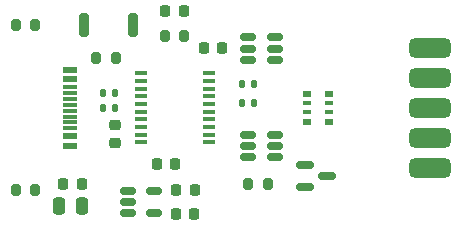
<source format=gtp>
%TF.GenerationSoftware,KiCad,Pcbnew,(6.0.1)*%
%TF.CreationDate,2022-02-25T23:47:12+08:00*%
%TF.ProjectId,PCB_DAP_Link_CH55xT,5043425f-4441-4505-9f4c-696e6b5f4348,1.0*%
%TF.SameCoordinates,Original*%
%TF.FileFunction,Paste,Top*%
%TF.FilePolarity,Positive*%
%FSLAX46Y46*%
G04 Gerber Fmt 4.6, Leading zero omitted, Abs format (unit mm)*
G04 Created by KiCad (PCBNEW (6.0.1)) date 2022-02-25 23:47:12*
%MOMM*%
%LPD*%
G01*
G04 APERTURE LIST*
G04 Aperture macros list*
%AMRoundRect*
0 Rectangle with rounded corners*
0 $1 Rounding radius*
0 $2 $3 $4 $5 $6 $7 $8 $9 X,Y pos of 4 corners*
0 Add a 4 corners polygon primitive as box body*
4,1,4,$2,$3,$4,$5,$6,$7,$8,$9,$2,$3,0*
0 Add four circle primitives for the rounded corners*
1,1,$1+$1,$2,$3*
1,1,$1+$1,$4,$5*
1,1,$1+$1,$6,$7*
1,1,$1+$1,$8,$9*
0 Add four rect primitives between the rounded corners*
20,1,$1+$1,$2,$3,$4,$5,0*
20,1,$1+$1,$4,$5,$6,$7,0*
20,1,$1+$1,$6,$7,$8,$9,0*
20,1,$1+$1,$8,$9,$2,$3,0*%
G04 Aperture macros list end*
%ADD10RoundRect,0.135000X0.135000X0.185000X-0.135000X0.185000X-0.135000X-0.185000X0.135000X-0.185000X0*%
%ADD11RoundRect,0.225000X0.250000X-0.225000X0.250000X0.225000X-0.250000X0.225000X-0.250000X-0.225000X0*%
%ADD12RoundRect,0.250000X0.250000X0.475000X-0.250000X0.475000X-0.250000X-0.475000X0.250000X-0.475000X0*%
%ADD13R,1.160000X0.600000*%
%ADD14R,1.160000X0.300000*%
%ADD15RoundRect,0.225000X0.225000X0.250000X-0.225000X0.250000X-0.225000X-0.250000X0.225000X-0.250000X0*%
%ADD16RoundRect,0.150000X-0.512500X-0.150000X0.512500X-0.150000X0.512500X0.150000X-0.512500X0.150000X0*%
%ADD17R,1.000000X0.400000*%
%ADD18RoundRect,0.135000X-0.135000X-0.185000X0.135000X-0.185000X0.135000X0.185000X-0.135000X0.185000X0*%
%ADD19RoundRect,0.225000X-0.225000X-0.250000X0.225000X-0.250000X0.225000X0.250000X-0.225000X0.250000X0*%
%ADD20RoundRect,0.200000X0.200000X0.275000X-0.200000X0.275000X-0.200000X-0.275000X0.200000X-0.275000X0*%
%ADD21RoundRect,0.200000X0.200000X0.800000X-0.200000X0.800000X-0.200000X-0.800000X0.200000X-0.800000X0*%
%ADD22RoundRect,0.150000X-0.587500X-0.150000X0.587500X-0.150000X0.587500X0.150000X-0.587500X0.150000X0*%
%ADD23RoundRect,0.410000X-1.340000X0.410000X-1.340000X-0.410000X1.340000X-0.410000X1.340000X0.410000X0*%
%ADD24RoundRect,0.218750X-0.218750X-0.256250X0.218750X-0.256250X0.218750X0.256250X-0.218750X0.256250X0*%
%ADD25R,0.800000X0.500000*%
%ADD26R,0.800000X0.400000*%
%ADD27RoundRect,0.218750X0.218750X0.256250X-0.218750X0.256250X-0.218750X-0.256250X0.218750X-0.256250X0*%
G04 APERTURE END LIST*
D10*
%TO.C,R6*%
X110251000Y-61436600D03*
X109231000Y-61436600D03*
%TD*%
D11*
%TO.C,C5*%
X98440000Y-66455000D03*
X98440000Y-64905000D03*
%TD*%
D12*
%TO.C,C1*%
X95646000Y-71755000D03*
X93746000Y-71755000D03*
%TD*%
D13*
%TO.C,J1*%
X94660000Y-60230000D03*
X94660000Y-61030000D03*
D14*
X94660000Y-62180000D03*
X94660000Y-63180000D03*
X94660000Y-63680000D03*
X94660000Y-64680000D03*
D13*
X94660000Y-65830000D03*
X94660000Y-66630000D03*
X94660000Y-66630000D03*
X94660000Y-65830000D03*
D14*
X94660000Y-65180000D03*
X94660000Y-64180000D03*
X94660000Y-62680000D03*
X94660000Y-61680000D03*
D13*
X94660000Y-61030000D03*
X94660000Y-60230000D03*
%TD*%
D15*
%TO.C,C4*%
X103533000Y-68180000D03*
X101983000Y-68180000D03*
%TD*%
D16*
%TO.C,U1*%
X99512500Y-70480000D03*
X99512500Y-71430000D03*
X99512500Y-72380000D03*
X101787500Y-72380000D03*
X101787500Y-70480000D03*
%TD*%
D17*
%TO.C,U2*%
X106420000Y-66355000D03*
X106420000Y-65705000D03*
X106420000Y-65055000D03*
X106420000Y-64405000D03*
X106420000Y-63755000D03*
X106420000Y-63105000D03*
X106420000Y-62455000D03*
X106420000Y-61805000D03*
X106420000Y-61155000D03*
X106420000Y-60505000D03*
X100620000Y-60505000D03*
X100620000Y-61155000D03*
X100620000Y-61805000D03*
X100620000Y-62455000D03*
X100620000Y-63105000D03*
X100620000Y-63755000D03*
X100620000Y-64405000D03*
X100620000Y-65055000D03*
X100620000Y-65705000D03*
X100620000Y-66355000D03*
%TD*%
D18*
%TO.C,R2*%
X97422000Y-62180000D03*
X98442000Y-62180000D03*
%TD*%
D19*
%TO.C,C6*%
X105965000Y-58350000D03*
X107515000Y-58350000D03*
%TD*%
D20*
%TO.C,R3*%
X91690000Y-70415000D03*
X90040000Y-70415000D03*
%TD*%
D21*
%TO.C,SW1*%
X100000000Y-56430000D03*
X95800000Y-56430000D03*
%TD*%
D22*
%TO.C,Q1*%
X114520500Y-68265000D03*
X114520500Y-70165000D03*
X116395500Y-69215000D03*
%TD*%
D16*
%TO.C,U3*%
X109748500Y-57480000D03*
X109748500Y-58430000D03*
X109748500Y-59380000D03*
X112023500Y-59380000D03*
X112023500Y-58430000D03*
X112023500Y-57480000D03*
%TD*%
D19*
%TO.C,C3*%
X103650000Y-70430000D03*
X105200000Y-70430000D03*
%TD*%
D20*
%TO.C,R4*%
X91705000Y-56445000D03*
X90055000Y-56445000D03*
%TD*%
%TO.C,R9*%
X111375000Y-69850000D03*
X109725000Y-69850000D03*
%TD*%
%TO.C,R7*%
X104300000Y-57334000D03*
X102650000Y-57334000D03*
%TD*%
D23*
%TO.C,J2*%
X125110000Y-58350000D03*
X125110000Y-60890000D03*
X125110000Y-63430000D03*
X125110000Y-65970000D03*
X125110000Y-68510000D03*
%TD*%
D19*
%TO.C,C2*%
X103625000Y-72430000D03*
X105175000Y-72430000D03*
%TD*%
D16*
%TO.C,U4*%
X109748500Y-65730000D03*
X109748500Y-66680000D03*
X109748500Y-67630000D03*
X112023500Y-67630000D03*
X112023500Y-66680000D03*
X112023500Y-65730000D03*
%TD*%
D24*
%TO.C,D1*%
X102687500Y-55240000D03*
X104262500Y-55240000D03*
%TD*%
D10*
%TO.C,R5*%
X110253000Y-63023600D03*
X109233000Y-63023600D03*
%TD*%
D25*
%TO.C,RN1*%
X114730000Y-62230000D03*
D26*
X114730000Y-63030000D03*
X114730000Y-63830000D03*
D25*
X114730000Y-64630000D03*
X116530000Y-64630000D03*
D26*
X116530000Y-63830000D03*
X116530000Y-63030000D03*
D25*
X116530000Y-62230000D03*
%TD*%
D18*
%TO.C,R1*%
X97420000Y-63430000D03*
X98440000Y-63430000D03*
%TD*%
D20*
%TO.C,R8*%
X98503000Y-59180000D03*
X96853000Y-59180000D03*
%TD*%
D27*
%TO.C,F1*%
X95646000Y-69850000D03*
X94071000Y-69850000D03*
%TD*%
M02*

</source>
